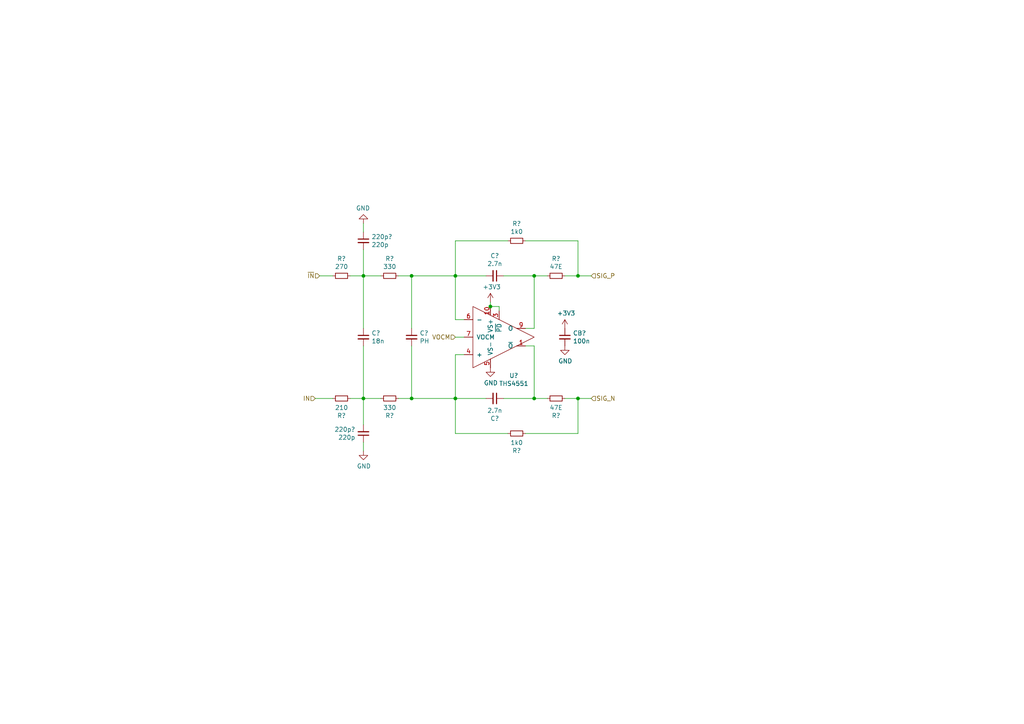
<source format=kicad_sch>
(kicad_sch (version 20230121) (generator eeschema)
  (paper "A4")
  (lib_symbols
    (symbol "Device:C_Small" (pin_numbers hide) (pin_names (offset 0.254) hide)
      (property "Reference" "C" (at 0.254 1.778 0))
      (property "Value" "C_Small" (at 0.254 -2.032 0))
      (symbol "C_Small_0_1"
        (polyline (pts (xy -1.524 -0.508) (xy 1.524 -0.508)) (stroke (width 0.3302)))
        (polyline (pts (xy -1.524 0.508) (xy 1.524 0.508)) (stroke (width 0.3048)))
      )
      (symbol "C_Small_1_1"
        (pin passive line (at 0 2.54 270) (length 2.032) (name "~") (number "1"))
        (pin passive line (at 0 -2.54 90) (length 2.032) (name "~") (number "2"))
      )
    )
    (symbol "Device:R_Small" (pin_numbers hide) (pin_names (offset 0.254) hide)
      (property "Reference" "R" (at 0.762 0.508 0))
      (property "Value" "R_Small" (at 0.762 -1.016 0))
      (symbol "R_Small_0_1"
        (rectangle (start -0.762 1.778) (end 0.762 -1.778) (stroke (width 0.2032)))
      )
      (symbol "R_Small_1_1"
        (pin passive line (at 0 2.54 270) (length 0.762) (name "~") (number "1"))
        (pin passive line (at 0 -2.54 90) (length 0.762) (name "~") (number "2"))
      )
    )
    (symbol "grootvoet:THS4551" (pin_names (offset 1.016))
      (property "Reference" "U" (at 10.16 -6.35 0))
      (property "Value" "THS4551" (at 15.24 7.62 0))
      (symbol "THS4551_0_0"
        (pin output line (at 15.24 -2.54 180) (length 2.54) (name "~{O}") (number "1"))
        (pin power_in line (at 5.08 8.89 270) (length 2.54) (name "VS+") (number "10"))
        (pin no_connect line (at 24.13 -6.35 0) (length 2.54) hide (name "NC") (number "2"))
        (pin input line (at 7.62 7.62 270) (length 2.54) (name "~{PD}") (number "3"))
        (pin input line (at -2.54 -5.08 0) (length 2.54) (name "+") (number "4"))
        (pin power_in line (at 5.08 -8.89 90) (length 2.54) (name "VS-") (number "5"))
        (pin input line (at -2.54 5.08 0) (length 2.54) (name "-") (number "6"))
        (pin input line (at -2.54 0 0) (length 2.54) (name "VOCM") (number "7"))
        (pin no_connect line (at 24.13 -8.89 0) (length 2.54) hide (name "NC") (number "8"))
        (pin output line (at 15.24 2.54 180) (length 2.54) (name "O") (number "9"))
      )
      (symbol "THS4551_0_1"
        (polyline (pts (xy 0 0) (xy 0 8.89) (xy 17.78 0) (xy 0 -8.89) (xy 0 0)))
      )
    )
    (symbol "power:+3V3" (power) (pin_names (offset 0))
      (property "Value" "+3V3" (at 0 3.556 0))
      (symbol "+3V3_0_1"
        (polyline (pts (xy -0.762 1.27) (xy 0 2.54)))
        (polyline (pts (xy 0 0) (xy 0 2.54)))
        (polyline (pts (xy 0 2.54) (xy 0.762 1.27)))
      )
      (symbol "+3V3_1_1"
        (pin power_in line (at 0 0 90) (length 0) hide (name "+3V3") (number "1"))
      )
    )
    (symbol "power:GND" (power) (pin_names (offset 0))
      (property "Value" "GND" (at 0 -3.81 0))
      (symbol "GND_0_1"
        (polyline (pts (xy 0 0) (xy 0 -1.27) (xy 1.27 -1.27) (xy 0 -2.54) (xy -1.27 -1.27) (xy 0 -1.27)))
      )
      (symbol "GND_1_1"
        (pin power_in line (at 0 0 270) (length 0) hide (name "GND") (number "1"))
      )
    )
  )
  (junction (at 105.41 115.57))
  (junction (at 119.38 80.01))
  (junction (at 142.24 88.9))
  (junction (at 119.38 115.57))
  (junction (at 154.94 115.57))
  (junction (at 132.08 80.01))
  (junction (at 105.41 80.01))
  (junction (at 132.08 115.57))
  (junction (at 154.94 80.01))
  (junction (at 167.64 115.57))
  (junction (at 167.64 80.01))
  (wire (pts (xy 92.71 80.01) (xy 96.52 80.01)))
  (wire (pts (xy 152.4 95.25) (xy 154.94 95.25)))
  (wire (pts (xy 132.08 80.01) (xy 132.08 92.71)))
  (wire (pts (xy 154.94 115.57) (xy 158.75 115.57)))
  (wire (pts (xy 132.08 125.73) (xy 132.08 115.57)))
  (wire (pts (xy 105.41 130.81) (xy 105.41 128.27)))
  (wire (pts (xy 132.08 115.57) (xy 119.38 115.57)))
  (wire (pts (xy 163.83 80.01) (xy 167.64 80.01)))
  (wire (pts (xy 167.64 69.85) (xy 152.4 69.85)))
  (wire (pts (xy 119.38 100.33) (xy 119.38 115.57)))
  (wire (pts (xy 132.08 92.71) (xy 134.62 92.71)))
  (wire (pts (xy 132.08 69.85) (xy 132.08 80.01)))
  (wire (pts (xy 119.38 95.25) (xy 119.38 80.01)))
  (wire (pts (xy 105.41 95.25) (xy 105.41 80.01)))
  (wire (pts (xy 119.38 80.01) (xy 115.57 80.01)))
  (wire (pts (xy 154.94 95.25) (xy 154.94 80.01)))
  (wire (pts (xy 147.32 125.73) (xy 132.08 125.73)))
  (wire (pts (xy 144.78 88.9) (xy 142.24 88.9)))
  (wire (pts (xy 105.41 123.19) (xy 105.41 115.57)))
  (wire (pts (xy 105.41 115.57) (xy 110.49 115.57)))
  (wire (pts (xy 167.64 80.01) (xy 167.64 69.85)))
  (wire (pts (xy 132.08 102.87) (xy 134.62 102.87)))
  (wire (pts (xy 101.6 80.01) (xy 105.41 80.01)))
  (wire (pts (xy 132.08 115.57) (xy 132.08 102.87)))
  (wire (pts (xy 167.64 125.73) (xy 152.4 125.73)))
  (wire (pts (xy 171.45 115.57) (xy 167.64 115.57)))
  (wire (pts (xy 154.94 100.33) (xy 154.94 115.57)))
  (wire (pts (xy 91.44 115.57) (xy 96.52 115.57)))
  (wire (pts (xy 132.08 80.01) (xy 119.38 80.01)))
  (wire (pts (xy 140.97 115.57) (xy 132.08 115.57)))
  (wire (pts (xy 154.94 80.01) (xy 158.75 80.01)))
  (wire (pts (xy 105.41 100.33) (xy 105.41 115.57)))
  (wire (pts (xy 105.41 80.01) (xy 110.49 80.01)))
  (wire (pts (xy 154.94 115.57) (xy 146.05 115.57)))
  (wire (pts (xy 119.38 115.57) (xy 115.57 115.57)))
  (wire (pts (xy 167.64 115.57) (xy 167.64 125.73)))
  (wire (pts (xy 144.78 88.9) (xy 144.78 90.17)))
  (wire (pts (xy 154.94 100.33) (xy 152.4 100.33)))
  (wire (pts (xy 105.41 72.39) (xy 105.41 80.01)))
  (wire (pts (xy 142.24 87.63) (xy 142.24 88.9)))
  (wire (pts (xy 154.94 80.01) (xy 146.05 80.01)))
  (wire (pts (xy 105.41 64.77) (xy 105.41 67.31)))
  (wire (pts (xy 101.6 115.57) (xy 105.41 115.57)))
  (wire (pts (xy 163.83 115.57) (xy 167.64 115.57)))
  (wire (pts (xy 134.62 97.79) (xy 132.08 97.79)))
  (wire (pts (xy 147.32 69.85) (xy 132.08 69.85)))
  (wire (pts (xy 171.45 80.01) (xy 167.64 80.01)))
  (wire (pts (xy 140.97 80.01) (xy 132.08 80.01)))
  (hierarchical_label "SIG_P" (shape input) (at 171.45 80.01 0))
  (hierarchical_label "SIG_N" (shape input) (at 171.45 115.57 0))
  (hierarchical_label "VOCM" (shape input) (at 132.08 97.79 180))
  (hierarchical_label "~{IN}" (shape input) (at 92.71 80.01 180))
  (hierarchical_label "IN" (shape input) (at 91.44 115.57 180))
  (symbol (lib_id "grootvoet:THS4551") (at 137.16 97.79 0) (unit 1)
    (property "Reference" "U?" (at 149.0218 108.9406 0))
    (property "Value" "THS4551" (at 149.0218 111.252 0))
    (property "Footprint" "grootvoet:WQFN-10_RUN" (effects hide))
    (property "MPN" "THS4551IRUNR" (effects hide))
    (property "Mfr." "Texas Instruments" (effects hide))
    (instances (project "Sensor_Board" (path "" (reference "U?") (unit 1)) (path "" (reference "U3") (unit 1))))
  )
  (symbol (lib_id "Device:C_Small") (at 163.83 97.79 0) (unit 1)
    (property "Reference" "CB?" (at 166.1668 96.6216 0) (effects (justify left)))
    (property "Value" "100n" (at 166.1668 98.933 0) (effects (justify left)))
    (property "Footprint" "Capacitor_SMD:C_0603_1608Metric_Pad1.08x0.95mm_HandSolder" (effects hide))
    (property "MPN" "C0603C104M5RACTU" (effects hide))
    (property "Mfr." "KEMET" (effects hide))
    (instances (project "Sensor_Board" (path "" (reference "CB?") (unit 1)) (path "" (reference "CB5") (unit 1))))
  )
  (symbol (lib_id "Device:R_Small") (at 99.06 80.01 270) (unit 1)
    (property "Reference" "R?" (at 99.06 75.0316 90))
    (property "Value" "270" (at 99.06 77.343 90))
    (property "Footprint" "Resistor_SMD:R_0603_1608Metric_Pad0.98x0.95mm_HandSolder" (effects hide))
    (property "Mfr." "Panasonic" (effects hide))
    (property "MPN" "ERJ-3EKF2700V" (effects hide))
    (instances (project "Sensor_Board" (path "" (reference "R?") (unit 1)) (path "" (reference "R13") (unit 1))))
  )
  (symbol (lib_id "Device:R_Small") (at 113.03 80.01 270) (unit 1)
    (property "Reference" "R?" (at 113.03 75.0316 90))
    (property "Value" "330" (at 113.03 77.343 90))
    (property "Footprint" "Resistor_SMD:R_0603_1608Metric_Pad0.98x0.95mm_HandSolder" (effects hide))
    (property "Mfr." "Panasonic" (effects hide))
    (property "MPN" "ERJ-3EKF3300V" (effects hide))
    (instances (project "Sensor_Board" (path "" (reference "R?") (unit 1)) (path "" (reference "R15") (unit 1))))
  )
  (symbol (lib_id "Device:R_Small") (at 149.86 69.85 270) (unit 1)
    (property "Reference" "R?" (at 149.86 64.8716 90))
    (property "Value" "1k0" (at 149.86 67.183 90))
    (property "Footprint" "Resistor_SMD:R_0603_1608Metric_Pad0.98x0.95mm_HandSolder" (effects hide))
    (property "MPN" "ERJ-3EKF1001V" (effects hide))
    (property "Mfr." "Panasonic" (effects hide))
    (instances (project "Sensor_Board" (path "" (reference "R?") (unit 1)) (path "" (reference "R17") (unit 1))))
  )
  (symbol (lib_id "Device:R_Small") (at 161.29 80.01 270) (unit 1)
    (property "Reference" "R?" (at 161.29 75.0316 90))
    (property "Value" "47E" (at 161.29 77.343 90))
    (property "Footprint" "Resistor_SMD:R_0603_1608Metric_Pad0.98x0.95mm_HandSolder" (effects hide))
    (property "Mfr." "Panasonic" (effects hide))
    (property "MPN" "ERJ-3EKF47R0V" (effects hide))
    (instances (project "Sensor_Board" (path "" (reference "R?") (unit 1)) (path "" (reference "R19") (unit 1))))
  )
  (symbol (lib_id "Device:C_Small") (at 143.51 80.01 270) (unit 1)
    (property "Reference" "C?" (at 143.51 74.1934 90))
    (property "Value" "2.7n" (at 143.51 76.5048 90))
    (property "Footprint" "Capacitor_SMD:C_0603_1608Metric_Pad1.08x0.95mm_HandSolder" (effects hide))
    (property "MPN" "CC0603JRX7R9BB272" (effects hide))
    (property "Mfr." "Yageo" (effects hide))
    (instances (project "Sensor_Board" (path "" (reference "C?") (unit 1)) (path "" (reference "C8") (unit 1))))
  )
  (symbol (lib_id "Device:C_Small") (at 119.38 97.79 0) (unit 1)
    (property "Reference" "C?" (at 121.7168 96.6216 0) (effects (justify left)))
    (property "Value" "PH" (at 121.7168 98.933 0) (effects (justify left)))
    (property "Footprint" "Resistor_SMD:R_0603_1608Metric_Pad0.98x0.95mm_HandSolder" (effects hide))
    (instances (project "Sensor_Board" (path "" (reference "C?") (unit 1)) (path "" (reference "C7") (unit 1))))
  )
  (symbol (lib_id "Device:C_Small") (at 105.41 97.79 0) (unit 1)
    (property "Reference" "C?" (at 107.7468 96.6216 0) (effects (justify left)))
    (property "Value" "18n" (at 107.7468 98.933 0) (effects (justify left)))
    (property "Footprint" "Capacitor_SMD:C_0603_1608Metric_Pad1.08x0.95mm_HandSolder" (effects hide))
    (property "MPN" "CC0603JRX7R8BB183" (effects hide))
    (property "Mfr." "Yageo" (effects hide))
    (instances (project "Sensor_Board" (path "" (reference "C?") (unit 1)) (path "" (reference "C6") (unit 1))))
  )
  (symbol (lib_id "Device:C_Small") (at 105.41 69.85 0) (unit 1)
    (property "Reference" "220p?" (at 107.7468 68.6816 0) (effects (justify left)))
    (property "Value" "220p" (at 107.7468 70.993 0) (effects (justify left)))
    (property "Footprint" "Capacitor_SMD:C_0603_1608Metric_Pad1.08x0.95mm_HandSolder" (effects hide))
    (property "MPN" "C0603C221J5GACTU" (effects hide))
    (property "Mfr." "KEMET" (effects hide))
    (instances (project "Sensor_Board" (path "" (reference "220p?") (unit 1)) (path "" (reference "C12") (unit 1))))
  )
  (symbol (lib_id "Device:R_Small") (at 99.06 115.57 270) (mirror x) (unit 1)
    (property "Reference" "R?" (at 99.06 120.5484 90))
    (property "Value" "210" (at 99.06 118.237 90))
    (property "Footprint" "Resistor_SMD:R_0603_1608Metric_Pad0.98x0.95mm_HandSolder" (effects hide))
    (property "Mfr." "Panasonic" (effects hide))
    (property "MPN" "ERJ-3EKF2100V" (effects hide))
    (instances (project "Sensor_Board" (path "" (reference "R?") (unit 1)) (path "" (reference "R14") (unit 1))))
  )
  (symbol (lib_id "Device:R_Small") (at 113.03 115.57 270) (mirror x) (unit 1)
    (property "Reference" "R?" (at 113.03 120.5484 90))
    (property "Value" "330" (at 113.03 118.237 90))
    (property "Footprint" "Resistor_SMD:R_0603_1608Metric_Pad0.98x0.95mm_HandSolder" (effects hide))
    (property "Mfr." "Panasonic" (effects hide))
    (property "MPN" "ERJ-3EKF3300V" (effects hide))
    (instances (project "Sensor_Board" (path "" (reference "R?") (unit 1)) (path "" (reference "R16") (unit 1))))
  )
  (symbol (lib_id "Device:R_Small") (at 149.86 125.73 270) (mirror x) (unit 1)
    (property "Reference" "R?" (at 149.86 130.7084 90))
    (property "Value" "1k0" (at 149.86 128.397 90))
    (property "Footprint" "Resistor_SMD:R_0603_1608Metric_Pad0.98x0.95mm_HandSolder" (effects hide))
    (property "MPN" "ERJ-3EKF1001V" (effects hide))
    (property "Mfr." "Panasonic" (effects hide))
    (instances (project "Sensor_Board" (path "" (reference "R?") (unit 1)) (path "" (reference "R18") (unit 1))))
  )
  (symbol (lib_id "Device:R_Small") (at 161.29 115.57 270) (mirror x) (unit 1)
    (property "Reference" "R?" (at 161.29 120.5484 90))
    (property "Value" "47E" (at 161.29 118.237 90))
    (property "Footprint" "Resistor_SMD:R_0603_1608Metric_Pad0.98x0.95mm_HandSolder" (effects hide))
    (property "Mfr." "Panasonic" (effects hide))
    (property "MPN" "ERJ-3EKF47R0V" (effects hide))
    (instances (project "Sensor_Board" (path "" (reference "R?") (unit 1)) (path "" (reference "R20") (unit 1))))
  )
  (symbol (lib_id "Device:C_Small") (at 143.51 115.57 270) (mirror x) (unit 1)
    (property "Reference" "C?" (at 143.51 121.3866 90))
    (property "Value" "2.7n" (at 143.51 119.0752 90))
    (property "Footprint" "Capacitor_SMD:C_0603_1608Metric_Pad1.08x0.95mm_HandSolder" (effects hide))
    (property "MPN" "CC0603JRX7R9BB272" (effects hide))
    (property "Mfr." "Yageo" (effects hide))
    (instances (project "Sensor_Board" (path "" (reference "C?") (unit 1)) (path "" (reference "C9") (unit 1))))
  )
  (symbol (lib_id "Device:C_Small") (at 105.41 125.73 0) (mirror x) (unit 1)
    (property "Reference" "220p?" (at 103.0732 124.5616 0) (effects (justify right)))
    (property "Value" "220p" (at 103.0732 126.873 0) (effects (justify right)))
    (property "Footprint" "Capacitor_SMD:C_0603_1608Metric_Pad1.08x0.95mm_HandSolder" (effects hide))
    (property "MPN" "C0603C221J5GACTU" (effects hide))
    (property "Mfr." "KEMET" (effects hide))
    (instances (project "Sensor_Board" (path "" (reference "220p?") (unit 1)) (path "" (reference "C13") (unit 1))))
  )
  (symbol (lib_id "power:+3V3") (at 142.24 87.63 0) (unit 1)
    (property "Reference" "#PWR027" (effects hide))
    (property "Value" "+3V3" (at 142.621 83.2358 0))
  )
  (symbol (lib_id "power:GND") (at 142.24 106.68 0) (unit 1)
    (property "Reference" "#PWR028" (effects hide))
    (property "Value" "GND" (at 142.367 111.0742 0))
  )
  (symbol (lib_id "power:+3V3") (at 163.83 95.25 0) (unit 1)
    (property "Reference" "#PWR029" (effects hide))
    (property "Value" "+3V3" (at 164.211 90.8558 0))
  )
  (symbol (lib_id "power:GND") (at 163.83 100.33 0) (unit 1)
    (property "Reference" "#PWR030" (effects hide))
    (property "Value" "GND" (at 163.957 104.7242 0))
  )
  (symbol (lib_id "power:GND") (at 105.41 130.81 0) (unit 1)
    (property "Reference" "#PWR026" (effects hide))
    (property "Value" "GND" (at 105.537 135.2042 0))
  )
  (symbol (lib_id "power:GND") (at 105.41 64.77 180) (unit 1)
    (property "Reference" "#PWR025" (effects hide))
    (property "Value" "GND" (at 105.283 60.3758 0))
  )
)
</source>
